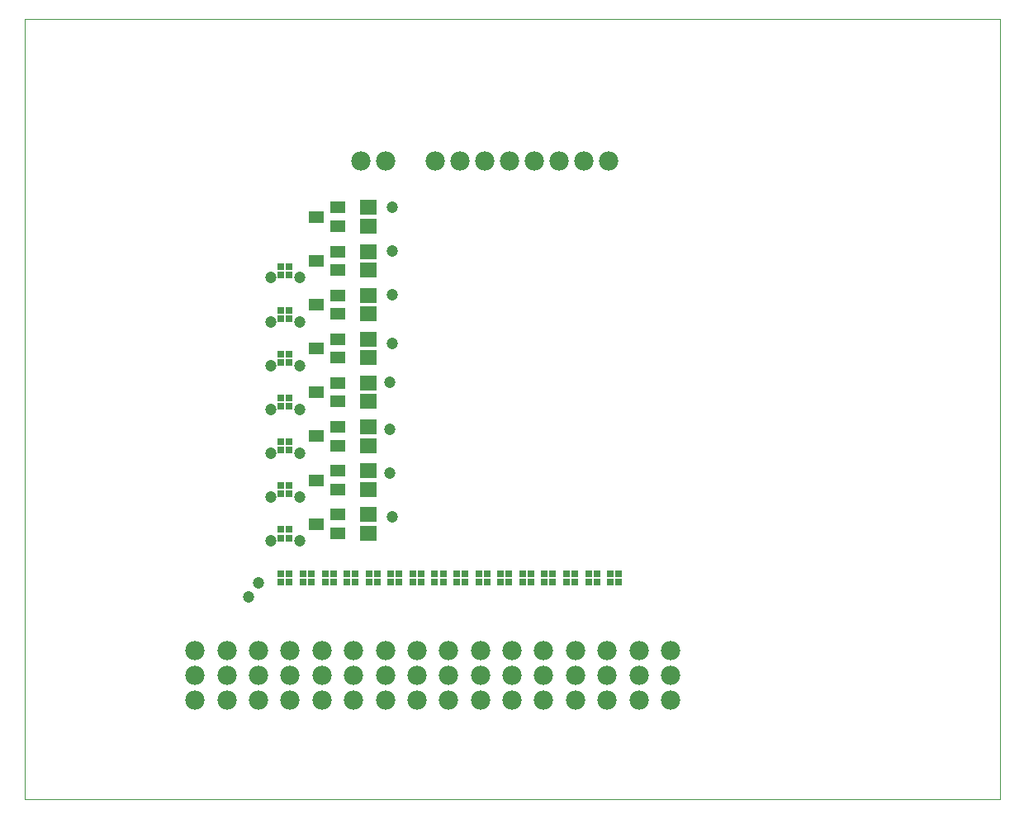
<source format=gts>
G75*
%MOIN*%
%OFA0B0*%
%FSLAX25Y25*%
%IPPOS*%
%LPD*%
%AMOC8*
5,1,8,0,0,1.08239X$1,22.5*
%
%ADD10C,0.00000*%
%ADD11C,0.07800*%
%ADD12R,0.02572X0.02572*%
%ADD13R,0.06312X0.04737*%
%ADD14R,0.07099X0.05918*%
%ADD15C,0.04737*%
D10*
X0001000Y0001000D02*
X0001000Y0315961D01*
X0394701Y0315961D01*
X0394701Y0001000D01*
X0001000Y0001000D01*
D11*
X0069898Y0041197D03*
X0082693Y0041197D03*
X0082693Y0051197D03*
X0082693Y0061197D03*
X0069898Y0061197D03*
X0069898Y0051197D03*
X0095488Y0051197D03*
X0095488Y0061197D03*
X0108283Y0061197D03*
X0108283Y0051197D03*
X0121079Y0051197D03*
X0121079Y0061197D03*
X0133874Y0061197D03*
X0133874Y0051197D03*
X0133874Y0041197D03*
X0121079Y0041197D03*
X0108283Y0041197D03*
X0095488Y0041197D03*
X0146669Y0041197D03*
X0159465Y0041197D03*
X0172260Y0041197D03*
X0185055Y0041197D03*
X0185055Y0051197D03*
X0185055Y0061197D03*
X0172260Y0061197D03*
X0172260Y0051197D03*
X0159465Y0051197D03*
X0159465Y0061197D03*
X0146669Y0061197D03*
X0146669Y0051197D03*
X0197850Y0051197D03*
X0197850Y0061197D03*
X0210646Y0061197D03*
X0210646Y0051197D03*
X0223441Y0051197D03*
X0223441Y0061197D03*
X0236236Y0061197D03*
X0236236Y0051197D03*
X0249031Y0051197D03*
X0249031Y0061197D03*
X0261827Y0061197D03*
X0261827Y0051197D03*
X0261827Y0041197D03*
X0249031Y0041197D03*
X0236236Y0041197D03*
X0223441Y0041197D03*
X0210646Y0041197D03*
X0197850Y0041197D03*
X0196787Y0258874D03*
X0186787Y0258874D03*
X0176787Y0258874D03*
X0166787Y0258874D03*
X0146787Y0258913D03*
X0136787Y0258913D03*
X0206787Y0258874D03*
X0216787Y0258874D03*
X0226787Y0258874D03*
X0236787Y0258874D03*
D12*
X0107988Y0216256D03*
X0104642Y0216256D03*
X0104642Y0212909D03*
X0107988Y0212909D03*
X0107988Y0198539D03*
X0107988Y0195193D03*
X0104642Y0195193D03*
X0104642Y0198539D03*
X0104642Y0180823D03*
X0107988Y0180823D03*
X0107988Y0177476D03*
X0104642Y0177476D03*
X0104642Y0163106D03*
X0104642Y0159760D03*
X0107988Y0159760D03*
X0107988Y0163106D03*
X0107988Y0145390D03*
X0104642Y0145390D03*
X0104642Y0142043D03*
X0107988Y0142043D03*
X0107988Y0127673D03*
X0107988Y0124327D03*
X0104642Y0124327D03*
X0104642Y0127673D03*
X0104642Y0109957D03*
X0107988Y0109957D03*
X0107988Y0106610D03*
X0104642Y0106610D03*
X0104642Y0092240D03*
X0107988Y0092240D03*
X0107988Y0088894D03*
X0104642Y0088894D03*
X0113500Y0088894D03*
X0113500Y0092240D03*
X0116846Y0092240D03*
X0116846Y0088894D03*
X0122358Y0088894D03*
X0122358Y0092240D03*
X0125705Y0092240D03*
X0125705Y0088894D03*
X0131217Y0088894D03*
X0134563Y0088894D03*
X0134563Y0092240D03*
X0131217Y0092240D03*
X0140075Y0092240D03*
X0143421Y0092240D03*
X0143421Y0088894D03*
X0140075Y0088894D03*
X0148933Y0088894D03*
X0148933Y0092240D03*
X0152280Y0092240D03*
X0152280Y0088894D03*
X0157791Y0088894D03*
X0157791Y0092240D03*
X0161138Y0092240D03*
X0161138Y0088894D03*
X0166650Y0088894D03*
X0169996Y0088894D03*
X0169996Y0092240D03*
X0166650Y0092240D03*
X0175508Y0092240D03*
X0175508Y0088894D03*
X0178854Y0088894D03*
X0178854Y0092240D03*
X0184366Y0092240D03*
X0184366Y0088894D03*
X0187713Y0088894D03*
X0187713Y0092240D03*
X0193224Y0092240D03*
X0193224Y0088894D03*
X0196571Y0088894D03*
X0196571Y0092240D03*
X0202083Y0092240D03*
X0205429Y0092240D03*
X0205429Y0088894D03*
X0202083Y0088894D03*
X0210941Y0088894D03*
X0210941Y0092240D03*
X0214287Y0092240D03*
X0214287Y0088894D03*
X0219799Y0088894D03*
X0219799Y0092240D03*
X0223146Y0092240D03*
X0223146Y0088894D03*
X0228657Y0088894D03*
X0228657Y0092240D03*
X0232004Y0092240D03*
X0232004Y0088894D03*
X0237516Y0088894D03*
X0237516Y0092240D03*
X0240862Y0092240D03*
X0240862Y0088894D03*
D13*
X0127378Y0108480D03*
X0127378Y0115961D03*
X0118717Y0112220D03*
X0127378Y0126197D03*
X0118717Y0129937D03*
X0127378Y0133677D03*
X0127378Y0143913D03*
X0127378Y0151394D03*
X0118717Y0147654D03*
X0127378Y0161630D03*
X0118717Y0165370D03*
X0127378Y0169110D03*
X0127378Y0179346D03*
X0127378Y0186827D03*
X0118717Y0183087D03*
X0127378Y0197063D03*
X0127378Y0204543D03*
X0118717Y0200803D03*
X0127378Y0214780D03*
X0118717Y0218520D03*
X0127378Y0222260D03*
X0127378Y0232496D03*
X0127378Y0239976D03*
X0118717Y0236236D03*
D14*
X0139780Y0232496D03*
X0139780Y0239976D03*
X0139780Y0222260D03*
X0139780Y0214780D03*
X0139780Y0204543D03*
X0139780Y0197063D03*
X0139780Y0186827D03*
X0139780Y0179346D03*
X0139780Y0169110D03*
X0139780Y0161630D03*
X0139780Y0151394D03*
X0139780Y0143913D03*
X0139780Y0133677D03*
X0139780Y0126197D03*
X0139780Y0115961D03*
X0139780Y0108480D03*
D15*
X0149622Y0115173D03*
X0148638Y0132890D03*
X0148638Y0150606D03*
X0148638Y0169307D03*
X0149622Y0185055D03*
X0149622Y0204740D03*
X0149622Y0222457D03*
X0149622Y0240173D03*
X0112220Y0211630D03*
X0100409Y0211630D03*
X0100409Y0193913D03*
X0112220Y0193913D03*
X0112220Y0176197D03*
X0100409Y0176197D03*
X0100409Y0158480D03*
X0112220Y0158480D03*
X0112220Y0140764D03*
X0100409Y0140764D03*
X0100409Y0123047D03*
X0112220Y0123047D03*
X0112220Y0105331D03*
X0100409Y0105331D03*
X0095488Y0088598D03*
X0091551Y0082693D03*
M02*

</source>
